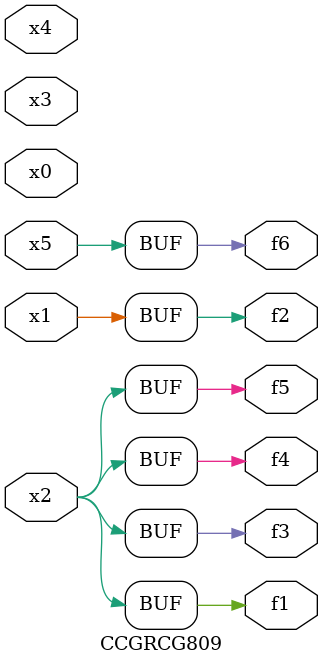
<source format=v>
module CCGRCG809(
	input x0, x1, x2, x3, x4, x5,
	output f1, f2, f3, f4, f5, f6
);
	assign f1 = x2;
	assign f2 = x1;
	assign f3 = x2;
	assign f4 = x2;
	assign f5 = x2;
	assign f6 = x5;
endmodule

</source>
